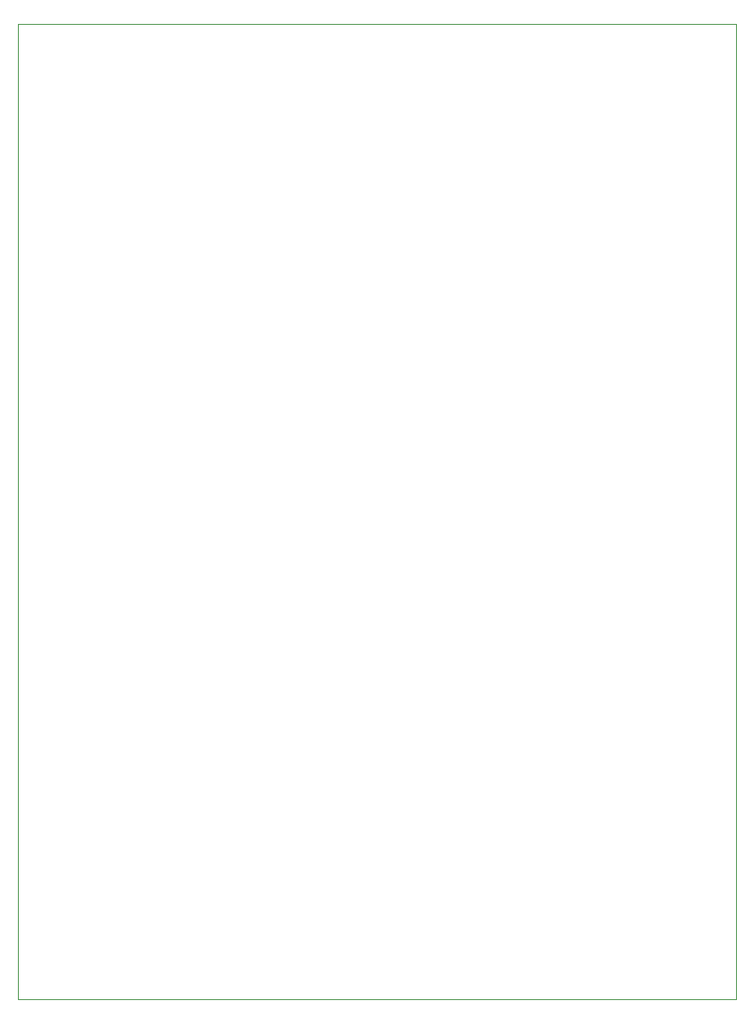
<source format=gbr>
G04 #@! TF.GenerationSoftware,KiCad,Pcbnew,(5.1.2)-2*
G04 #@! TF.CreationDate,2019-10-26T17:19:00+01:00*
G04 #@! TF.ProjectId,canbus_boiler_switch,63616e62-7573-45f6-926f-696c65725f73,rev?*
G04 #@! TF.SameCoordinates,Original*
G04 #@! TF.FileFunction,Profile,NP*
%FSLAX46Y46*%
G04 Gerber Fmt 4.6, Leading zero omitted, Abs format (unit mm)*
G04 Created by KiCad (PCBNEW (5.1.2)-2) date 2019-10-26 17:19:00*
%MOMM*%
%LPD*%
G04 APERTURE LIST*
%ADD10C,0.050000*%
G04 APERTURE END LIST*
D10*
X43180000Y-215900000D02*
X43180000Y-119380000D01*
X114300000Y-215900000D02*
X43180000Y-215900000D01*
X114300000Y-119380000D02*
X114300000Y-215900000D01*
X43180000Y-119380000D02*
X114300000Y-119380000D01*
M02*

</source>
